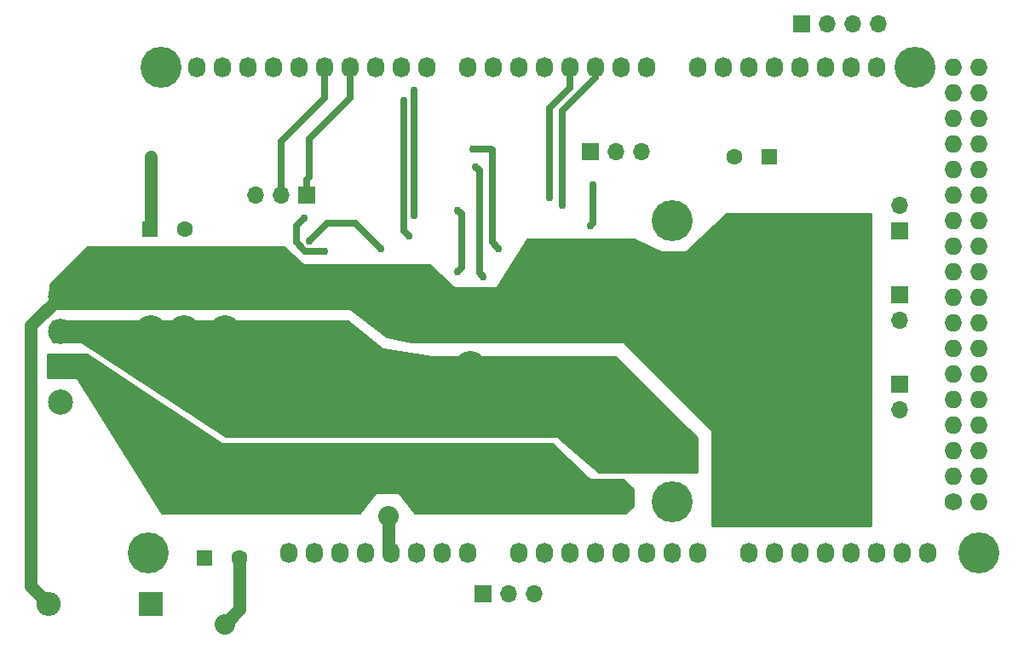
<source format=gbr>
G04 #@! TF.GenerationSoftware,KiCad,Pcbnew,(5.0.0-rc2-37-ga8db21319)*
G04 #@! TF.CreationDate,2018-05-29T02:54:05+01:00*
G04 #@! TF.ProjectId,tug,7475672E6B696361645F706362000000,rev?*
G04 #@! TF.SameCoordinates,Original*
G04 #@! TF.FileFunction,Copper,L2,Bot,Signal*
G04 #@! TF.FilePolarity,Positive*
%FSLAX46Y46*%
G04 Gerber Fmt 4.6, Leading zero omitted, Abs format (unit mm)*
G04 Created by KiCad (PCBNEW (5.0.0-rc2-37-ga8db21319)) date Tue May 29 02:54:05 2018*
%MOMM*%
%LPD*%
G01*
G04 APERTURE LIST*
G04 #@! TA.AperFunction,ComponentPad*
%ADD10C,1.727200*%
G04 #@! TD*
G04 #@! TA.AperFunction,ComponentPad*
%ADD11O,1.727200X1.727200*%
G04 #@! TD*
G04 #@! TA.AperFunction,ComponentPad*
%ADD12O,1.727200X2.032000*%
G04 #@! TD*
G04 #@! TA.AperFunction,ComponentPad*
%ADD13C,4.064000*%
G04 #@! TD*
G04 #@! TA.AperFunction,ComponentPad*
%ADD14C,1.600000*%
G04 #@! TD*
G04 #@! TA.AperFunction,ComponentPad*
%ADD15R,1.600000X1.600000*%
G04 #@! TD*
G04 #@! TA.AperFunction,ComponentPad*
%ADD16R,2.400000X2.400000*%
G04 #@! TD*
G04 #@! TA.AperFunction,ComponentPad*
%ADD17O,2.400000X2.400000*%
G04 #@! TD*
G04 #@! TA.AperFunction,ComponentPad*
%ADD18R,1.700000X1.700000*%
G04 #@! TD*
G04 #@! TA.AperFunction,ComponentPad*
%ADD19O,1.700000X1.700000*%
G04 #@! TD*
G04 #@! TA.AperFunction,ComponentPad*
%ADD20C,2.500000*%
G04 #@! TD*
G04 #@! TA.AperFunction,ViaPad*
%ADD21C,3.048000*%
G04 #@! TD*
G04 #@! TA.AperFunction,ViaPad*
%ADD22C,2.032000*%
G04 #@! TD*
G04 #@! TA.AperFunction,ViaPad*
%ADD23C,0.762000*%
G04 #@! TD*
G04 #@! TA.AperFunction,Conductor*
%ADD24C,1.270000*%
G04 #@! TD*
G04 #@! TA.AperFunction,Conductor*
%ADD25C,0.635000*%
G04 #@! TD*
G04 #@! TA.AperFunction,Conductor*
%ADD26C,0.254000*%
G04 #@! TD*
G04 APERTURE END LIST*
D10*
G04 #@! TO.P,P1,1*
G04 #@! TO.N,GND*
X197358000Y-114046000D03*
D11*
G04 #@! TO.P,P1,2*
X199898000Y-114046000D03*
G04 #@! TO.P,P1,3*
G04 #@! TO.N,/52(SCK)*
X197358000Y-111506000D03*
G04 #@! TO.P,P1,4*
G04 #@! TO.N,/53(SS)*
X199898000Y-111506000D03*
G04 #@! TO.P,P1,5*
G04 #@! TO.N,/50(MISO)*
X197358000Y-108966000D03*
G04 #@! TO.P,P1,6*
G04 #@! TO.N,/51(MOSI)*
X199898000Y-108966000D03*
G04 #@! TO.P,P1,7*
G04 #@! TO.N,/48*
X197358000Y-106426000D03*
G04 #@! TO.P,P1,8*
G04 #@! TO.N,/49*
X199898000Y-106426000D03*
G04 #@! TO.P,P1,9*
G04 #@! TO.N,/46*
X197358000Y-103886000D03*
G04 #@! TO.P,P1,10*
G04 #@! TO.N,/47*
X199898000Y-103886000D03*
G04 #@! TO.P,P1,11*
G04 #@! TO.N,/44*
X197358000Y-101346000D03*
G04 #@! TO.P,P1,12*
G04 #@! TO.N,/45*
X199898000Y-101346000D03*
G04 #@! TO.P,P1,13*
G04 #@! TO.N,/42*
X197358000Y-98806000D03*
G04 #@! TO.P,P1,14*
G04 #@! TO.N,/43*
X199898000Y-98806000D03*
G04 #@! TO.P,P1,15*
G04 #@! TO.N,/40*
X197358000Y-96266000D03*
G04 #@! TO.P,P1,16*
G04 #@! TO.N,/41*
X199898000Y-96266000D03*
G04 #@! TO.P,P1,17*
G04 #@! TO.N,/38*
X197358000Y-93726000D03*
G04 #@! TO.P,P1,18*
G04 #@! TO.N,/39*
X199898000Y-93726000D03*
G04 #@! TO.P,P1,19*
G04 #@! TO.N,/36*
X197358000Y-91186000D03*
G04 #@! TO.P,P1,20*
G04 #@! TO.N,/37*
X199898000Y-91186000D03*
G04 #@! TO.P,P1,21*
G04 #@! TO.N,/34*
X197358000Y-88646000D03*
G04 #@! TO.P,P1,22*
G04 #@! TO.N,/35*
X199898000Y-88646000D03*
G04 #@! TO.P,P1,23*
G04 #@! TO.N,/32*
X197358000Y-86106000D03*
G04 #@! TO.P,P1,24*
G04 #@! TO.N,/33*
X199898000Y-86106000D03*
G04 #@! TO.P,P1,25*
G04 #@! TO.N,/30*
X197358000Y-83566000D03*
G04 #@! TO.P,P1,26*
G04 #@! TO.N,/31*
X199898000Y-83566000D03*
G04 #@! TO.P,P1,27*
G04 #@! TO.N,/28*
X197358000Y-81026000D03*
G04 #@! TO.P,P1,28*
G04 #@! TO.N,/29*
X199898000Y-81026000D03*
G04 #@! TO.P,P1,29*
G04 #@! TO.N,/26*
X197358000Y-78486000D03*
G04 #@! TO.P,P1,30*
G04 #@! TO.N,/27*
X199898000Y-78486000D03*
G04 #@! TO.P,P1,31*
G04 #@! TO.N,/24*
X197358000Y-75946000D03*
G04 #@! TO.P,P1,32*
G04 #@! TO.N,/25*
X199898000Y-75946000D03*
G04 #@! TO.P,P1,33*
G04 #@! TO.N,/22*
X197358000Y-73406000D03*
G04 #@! TO.P,P1,34*
G04 #@! TO.N,/23*
X199898000Y-73406000D03*
G04 #@! TO.P,P1,35*
G04 #@! TO.N,+5V*
X197358000Y-70866000D03*
G04 #@! TO.P,P1,36*
X199898000Y-70866000D03*
G04 #@! TD*
D12*
G04 #@! TO.P,P2,1*
G04 #@! TO.N,Net-(P2-Pad1)*
X131318000Y-119126000D03*
G04 #@! TO.P,P2,2*
G04 #@! TO.N,/IOREF*
X133858000Y-119126000D03*
G04 #@! TO.P,P2,3*
G04 #@! TO.N,/Reset*
X136398000Y-119126000D03*
G04 #@! TO.P,P2,4*
G04 #@! TO.N,+3V3*
X138938000Y-119126000D03*
G04 #@! TO.P,P2,5*
G04 #@! TO.N,+5V*
X141478000Y-119126000D03*
G04 #@! TO.P,P2,6*
G04 #@! TO.N,GND*
X144018000Y-119126000D03*
G04 #@! TO.P,P2,7*
X146558000Y-119126000D03*
G04 #@! TO.P,P2,8*
G04 #@! TO.N,/Vin*
X149098000Y-119126000D03*
G04 #@! TD*
G04 #@! TO.P,P3,1*
G04 #@! TO.N,/A0*
X154178000Y-119126000D03*
G04 #@! TO.P,P3,2*
G04 #@! TO.N,/A1*
X156718000Y-119126000D03*
G04 #@! TO.P,P3,3*
G04 #@! TO.N,/A2*
X159258000Y-119126000D03*
G04 #@! TO.P,P3,4*
G04 #@! TO.N,/A3*
X161798000Y-119126000D03*
G04 #@! TO.P,P3,5*
G04 #@! TO.N,/A4*
X164338000Y-119126000D03*
G04 #@! TO.P,P3,6*
G04 #@! TO.N,/A5*
X166878000Y-119126000D03*
G04 #@! TO.P,P3,7*
G04 #@! TO.N,/A6*
X169418000Y-119126000D03*
G04 #@! TO.P,P3,8*
G04 #@! TO.N,/A7*
X171958000Y-119126000D03*
G04 #@! TD*
G04 #@! TO.P,P4,1*
G04 #@! TO.N,/A8*
X177038000Y-119126000D03*
G04 #@! TO.P,P4,2*
G04 #@! TO.N,/A9*
X179578000Y-119126000D03*
G04 #@! TO.P,P4,3*
G04 #@! TO.N,/A10*
X182118000Y-119126000D03*
G04 #@! TO.P,P4,4*
G04 #@! TO.N,/A11*
X184658000Y-119126000D03*
G04 #@! TO.P,P4,5*
G04 #@! TO.N,/A12*
X187198000Y-119126000D03*
G04 #@! TO.P,P4,6*
G04 #@! TO.N,/A13*
X189738000Y-119126000D03*
G04 #@! TO.P,P4,7*
G04 #@! TO.N,/A14*
X192278000Y-119126000D03*
G04 #@! TO.P,P4,8*
G04 #@! TO.N,/A15*
X194818000Y-119126000D03*
G04 #@! TD*
G04 #@! TO.P,P5,1*
G04 #@! TO.N,/SCL*
X122174000Y-70866000D03*
G04 #@! TO.P,P5,2*
G04 #@! TO.N,/SDA*
X124714000Y-70866000D03*
G04 #@! TO.P,P5,3*
G04 #@! TO.N,/AREF*
X127254000Y-70866000D03*
G04 #@! TO.P,P5,4*
G04 #@! TO.N,GND*
X129794000Y-70866000D03*
G04 #@! TO.P,P5,5*
G04 #@! TO.N,/13(\002A\002A)*
X132334000Y-70866000D03*
G04 #@! TO.P,P5,6*
G04 #@! TO.N,/12(\002A\002A)*
X134874000Y-70866000D03*
G04 #@! TO.P,P5,7*
G04 #@! TO.N,/11(\002A\002A)*
X137414000Y-70866000D03*
G04 #@! TO.P,P5,8*
G04 #@! TO.N,/10(\002A\002A)*
X139954000Y-70866000D03*
G04 #@! TO.P,P5,9*
G04 #@! TO.N,/9(\002A\002A)*
X142494000Y-70866000D03*
G04 #@! TO.P,P5,10*
G04 #@! TO.N,/8(\002A\002A)*
X145034000Y-70866000D03*
G04 #@! TD*
G04 #@! TO.P,P6,1*
G04 #@! TO.N,/7(\002A\002A)*
X149098000Y-70866000D03*
G04 #@! TO.P,P6,2*
G04 #@! TO.N,/6(\002A\002A)*
X151638000Y-70866000D03*
G04 #@! TO.P,P6,3*
G04 #@! TO.N,/5(\002A\002A)*
X154178000Y-70866000D03*
G04 #@! TO.P,P6,4*
G04 #@! TO.N,/4(\002A\002A)*
X156718000Y-70866000D03*
G04 #@! TO.P,P6,5*
G04 #@! TO.N,/3(\002A\002A)*
X159258000Y-70866000D03*
G04 #@! TO.P,P6,6*
G04 #@! TO.N,/2(\002A\002A)*
X161798000Y-70866000D03*
G04 #@! TO.P,P6,7*
G04 #@! TO.N,/1(Tx0)*
X164338000Y-70866000D03*
G04 #@! TO.P,P6,8*
G04 #@! TO.N,/0(Rx0)*
X166878000Y-70866000D03*
G04 #@! TD*
G04 #@! TO.P,P7,1*
G04 #@! TO.N,/14(Tx3)*
X171958000Y-70866000D03*
G04 #@! TO.P,P7,2*
G04 #@! TO.N,/15(Rx3)*
X174498000Y-70866000D03*
G04 #@! TO.P,P7,3*
G04 #@! TO.N,/16(Tx2)*
X177038000Y-70866000D03*
G04 #@! TO.P,P7,4*
G04 #@! TO.N,/17(Rx2)*
X179578000Y-70866000D03*
G04 #@! TO.P,P7,5*
G04 #@! TO.N,/18(Tx1)*
X182118000Y-70866000D03*
G04 #@! TO.P,P7,6*
G04 #@! TO.N,/19(Rx1)*
X184658000Y-70866000D03*
G04 #@! TO.P,P7,7*
G04 #@! TO.N,/20(SDA)*
X187198000Y-70866000D03*
G04 #@! TO.P,P7,8*
G04 #@! TO.N,/21(SCL)*
X189738000Y-70866000D03*
G04 #@! TD*
D13*
G04 #@! TO.P,P8,1*
G04 #@! TO.N,Net-(P8-Pad1)*
X117348000Y-119126000D03*
G04 #@! TD*
G04 #@! TO.P,P9,1*
G04 #@! TO.N,Net-(P9-Pad1)*
X169418000Y-114046000D03*
G04 #@! TD*
G04 #@! TO.P,P10,1*
G04 #@! TO.N,Net-(P10-Pad1)*
X199898000Y-119126000D03*
G04 #@! TD*
G04 #@! TO.P,P11,1*
G04 #@! TO.N,Net-(P11-Pad1)*
X118618000Y-70866000D03*
G04 #@! TD*
G04 #@! TO.P,P12,1*
G04 #@! TO.N,Net-(P12-Pad1)*
X169418000Y-86106000D03*
G04 #@! TD*
G04 #@! TO.P,P13,1*
G04 #@! TO.N,Net-(P13-Pad1)*
X193548000Y-70866000D03*
G04 #@! TD*
D14*
G04 #@! TO.P,C5,2*
G04 #@! TO.N,GND*
X120975000Y-86995000D03*
D15*
G04 #@! TO.P,C5,1*
G04 #@! TO.N,+12V*
X117475000Y-86995000D03*
G04 #@! TD*
G04 #@! TO.P,C6,1*
G04 #@! TO.N,/Vin*
X122936000Y-119634000D03*
D14*
G04 #@! TO.P,C6,2*
G04 #@! TO.N,GND*
X126436000Y-119634000D03*
G04 #@! TD*
D16*
G04 #@! TO.P,D3,1*
G04 #@! TO.N,/Vin*
X117602000Y-124206000D03*
D17*
G04 #@! TO.P,D3,2*
G04 #@! TO.N,+12V*
X107442000Y-124206000D03*
G04 #@! TD*
D18*
G04 #@! TO.P,J1,1*
G04 #@! TO.N,GND*
X182245000Y-66548000D03*
D19*
G04 #@! TO.P,J1,2*
G04 #@! TO.N,+5V*
X184785000Y-66548000D03*
G04 #@! TO.P,J1,3*
G04 #@! TO.N,/20(SDA)*
X187325000Y-66548000D03*
G04 #@! TO.P,J1,4*
G04 #@! TO.N,/21(SCL)*
X189865000Y-66548000D03*
G04 #@! TD*
D20*
G04 #@! TO.P,J2,4*
G04 #@! TO.N,+12V*
X108585000Y-93640000D03*
G04 #@! TO.P,J2,3*
G04 #@! TO.N,GND*
X108585000Y-97140000D03*
G04 #@! TO.P,J2,2*
G04 #@! TO.N,/M2*
X108585000Y-100640000D03*
G04 #@! TO.P,J2,1*
G04 #@! TO.N,/M1*
X108585000Y-104140000D03*
G04 #@! TD*
D19*
G04 #@! TO.P,J3,3*
G04 #@! TO.N,GND*
X166370000Y-79248000D03*
G04 #@! TO.P,J3,2*
G04 #@! TO.N,/2(\002A\002A)*
X163830000Y-79248000D03*
D18*
G04 #@! TO.P,J3,1*
G04 #@! TO.N,/3(\002A\002A)*
X161290000Y-79248000D03*
G04 #@! TD*
G04 #@! TO.P,J4,1*
G04 #@! TO.N,/11(\002A\002A)*
X133096000Y-83566000D03*
D19*
G04 #@! TO.P,J4,2*
G04 #@! TO.N,/12(\002A\002A)*
X130556000Y-83566000D03*
G04 #@! TO.P,J4,3*
G04 #@! TO.N,GND*
X128016000Y-83566000D03*
G04 #@! TD*
D18*
G04 #@! TO.P,J5,1*
G04 #@! TO.N,/Vin*
X150622000Y-123190000D03*
D19*
G04 #@! TO.P,J5,2*
G04 #@! TO.N,/A0*
X153162000Y-123190000D03*
G04 #@! TO.P,J5,3*
G04 #@! TO.N,GND*
X155702000Y-123190000D03*
G04 #@! TD*
D18*
G04 #@! TO.P,J6,1*
G04 #@! TO.N,/38*
X192024000Y-87122000D03*
D19*
G04 #@! TO.P,J6,2*
G04 #@! TO.N,GND*
X192024000Y-84582000D03*
G04 #@! TD*
G04 #@! TO.P,J7,2*
G04 #@! TO.N,GND*
X192024000Y-96012000D03*
D18*
G04 #@! TO.P,J7,1*
G04 #@! TO.N,/40*
X192024000Y-93472000D03*
G04 #@! TD*
G04 #@! TO.P,J8,1*
G04 #@! TO.N,/42*
X192024000Y-102362000D03*
D19*
G04 #@! TO.P,J8,2*
G04 #@! TO.N,GND*
X192024000Y-104902000D03*
G04 #@! TD*
D15*
G04 #@! TO.P,C9,1*
G04 #@! TO.N,+5V*
X179070000Y-79756000D03*
D14*
G04 #@! TO.P,C9,2*
G04 #@! TO.N,GND*
X175570000Y-79756000D03*
G04 #@! TD*
D21*
G04 #@! TO.N,/M2*
X149860000Y-112776000D03*
D22*
G04 #@! TO.N,GND*
X124968000Y-126238000D03*
D21*
X117602000Y-97028000D03*
X120904000Y-97028000D03*
X124968000Y-97028000D03*
X120904000Y-100838000D03*
X149352000Y-100584000D03*
X117348000Y-100330000D03*
D22*
G04 #@! TO.N,+5V*
X141224000Y-115506500D03*
D23*
G04 #@! TO.N,/12(\002A\002A)*
X142748000Y-74168000D03*
X143256000Y-87630000D03*
G04 #@! TO.N,/11(\002A\002A)*
X143764000Y-85598000D03*
X143764000Y-73152000D03*
G04 #@! TO.N,/3(\002A\002A)*
X157226000Y-83820000D03*
G04 #@! TO.N,/2(\002A\002A)*
X158496000Y-84582000D03*
G04 #@! TO.N,+12V*
X150622000Y-91694000D03*
X117602000Y-79756000D03*
X149860000Y-80772000D03*
D21*
X140970000Y-95504000D03*
X175260000Y-107188000D03*
X175260000Y-102616000D03*
X175260000Y-98044000D03*
X175260000Y-93726000D03*
X175260000Y-89408000D03*
X175260000Y-111760000D03*
X179578000Y-111760000D03*
X179578000Y-107188000D03*
X179578000Y-102616000D03*
X179578000Y-98044000D03*
X179578000Y-93726000D03*
X179578000Y-89408000D03*
X183642000Y-89408000D03*
X183642000Y-98044000D03*
X137668000Y-93472000D03*
D23*
G04 #@! TO.N,Net-(C4-Pad1)*
X152146000Y-88900000D03*
X149606000Y-78994000D03*
D21*
G04 #@! TO.N,/M2*
X162560000Y-113792000D03*
D23*
X161544000Y-82550000D03*
X161290000Y-86614000D03*
D21*
X158677000Y-113792000D03*
D23*
G04 #@! TO.N,Net-(R7-Pad2)*
X148082000Y-85090000D03*
X148082000Y-91186000D03*
G04 #@! TO.N,Net-(R8-Pad2)*
X140462000Y-88900000D03*
X133350000Y-88138000D03*
G04 #@! TO.N,/SRC_HS1*
X132842000Y-85852000D03*
X134874000Y-89154000D03*
G04 #@! TD*
D24*
G04 #@! TO.N,GND*
X126436000Y-119634000D02*
X126436000Y-123500000D01*
X126436000Y-123500000D02*
X126436000Y-124770000D01*
X126436000Y-124770000D02*
X124968000Y-126238000D01*
G04 #@! TO.N,+5V*
X141224000Y-118872000D02*
X141478000Y-119126000D01*
X141224000Y-115506500D02*
X141224000Y-118872000D01*
D25*
G04 #@! TO.N,/12(\002A\002A)*
X142748000Y-74168000D02*
X142748000Y-87122000D01*
X142748000Y-87122000D02*
X143256000Y-87630000D01*
X130556000Y-83566000D02*
X130556000Y-78232000D01*
X134874000Y-73914000D02*
X134874000Y-70866000D01*
X130556000Y-78232000D02*
X134874000Y-73914000D01*
G04 #@! TO.N,/11(\002A\002A)*
X143764000Y-85598000D02*
X143764000Y-73152000D01*
X133096000Y-82081000D02*
X133350000Y-81827000D01*
X133096000Y-83566000D02*
X133096000Y-82081000D01*
X133350000Y-81827000D02*
X133350000Y-77978000D01*
X137414000Y-73914000D02*
X137414000Y-70866000D01*
X133350000Y-77978000D02*
X137414000Y-73914000D01*
G04 #@! TO.N,/3(\002A\002A)*
X157226000Y-83820000D02*
X157226000Y-74930000D01*
X159258000Y-72898000D02*
X159258000Y-70866000D01*
X157226000Y-74930000D02*
X159258000Y-72898000D01*
G04 #@! TO.N,/2(\002A\002A)*
X161798000Y-71882000D02*
X161798000Y-70866000D01*
X158496000Y-84582000D02*
X158496000Y-75184000D01*
X158496000Y-75184000D02*
X161798000Y-71882000D01*
D24*
G04 #@! TO.N,+12V*
X108585000Y-93640000D02*
X105664000Y-96561000D01*
X105664000Y-122428000D02*
X107442000Y-124206000D01*
X105664000Y-96561000D02*
X105664000Y-122428000D01*
X117602000Y-86868000D02*
X117475000Y-86995000D01*
X117602000Y-79756000D02*
X117602000Y-86868000D01*
D25*
X150241001Y-91313001D02*
X150241001Y-81153001D01*
X150622000Y-91694000D02*
X150241001Y-91313001D01*
X150241001Y-81153001D02*
X149860000Y-80772000D01*
G04 #@! TO.N,Net-(C4-Pad1)*
X151520501Y-88274501D02*
X151520501Y-79130501D01*
X152146000Y-88900000D02*
X151520501Y-88274501D01*
X151520501Y-79130501D02*
X151384000Y-78994000D01*
X151384000Y-78994000D02*
X149606000Y-78994000D01*
G04 #@! TO.N,/M2*
X161544000Y-82550000D02*
X161544000Y-86360000D01*
X161544000Y-86360000D02*
X161290000Y-86614000D01*
G04 #@! TO.N,Net-(R7-Pad2)*
X148462999Y-85470999D02*
X148082000Y-85090000D01*
X148462999Y-90805001D02*
X148462999Y-85470999D01*
X148082000Y-91186000D02*
X148462999Y-90805001D01*
G04 #@! TO.N,Net-(R8-Pad2)*
X140462000Y-88900000D02*
X137922000Y-86360000D01*
X137922000Y-86360000D02*
X135128000Y-86360000D01*
X135128000Y-86360000D02*
X133350000Y-88138000D01*
G04 #@! TO.N,/SRC_HS1*
X132842000Y-85852000D02*
X132080000Y-86614000D01*
X132956298Y-89154000D02*
X134874000Y-89154000D01*
X132080000Y-86614000D02*
X132080000Y-88277702D01*
X132080000Y-88277702D02*
X132956298Y-89154000D01*
G04 #@! TD*
D26*
G04 #@! TO.N,/M2*
G36*
X124644015Y-108309977D02*
X124714000Y-108331000D01*
X157429942Y-108331000D01*
X161203346Y-111852844D01*
X161245472Y-111878938D01*
X161290000Y-111887000D01*
X164539394Y-111887000D01*
X165481000Y-112828606D01*
X165481000Y-114501394D01*
X164793394Y-115189000D01*
X143827500Y-115189000D01*
X142341600Y-113207800D01*
X142304706Y-113174720D01*
X142240000Y-113157000D01*
X139954000Y-113157000D01*
X139905399Y-113166667D01*
X139852400Y-113207800D01*
X138366500Y-115189000D01*
X118688531Y-115189000D01*
X110343810Y-101786873D01*
X110309915Y-101750726D01*
X110264767Y-101730301D01*
X110236000Y-101727000D01*
X107315000Y-101727000D01*
X107315000Y-99441000D01*
X111213850Y-99441000D01*
X124644015Y-108309977D01*
X124644015Y-108309977D01*
G37*
X124644015Y-108309977D02*
X124714000Y-108331000D01*
X157429942Y-108331000D01*
X161203346Y-111852844D01*
X161245472Y-111878938D01*
X161290000Y-111887000D01*
X164539394Y-111887000D01*
X165481000Y-112828606D01*
X165481000Y-114501394D01*
X164793394Y-115189000D01*
X143827500Y-115189000D01*
X142341600Y-113207800D01*
X142304706Y-113174720D01*
X142240000Y-113157000D01*
X139954000Y-113157000D01*
X139905399Y-113166667D01*
X139852400Y-113207800D01*
X138366500Y-115189000D01*
X118688531Y-115189000D01*
X110343810Y-101786873D01*
X110309915Y-101750726D01*
X110264767Y-101730301D01*
X110236000Y-101727000D01*
X107315000Y-101727000D01*
X107315000Y-99441000D01*
X111213850Y-99441000D01*
X124644015Y-108309977D01*
G04 #@! TO.N,GND*
G36*
X140637537Y-98905862D02*
X140696193Y-98931446D01*
X145522193Y-99693446D01*
X145542000Y-99695000D01*
X163777394Y-99695000D01*
X171831000Y-107748606D01*
X171831000Y-111125000D01*
X162099718Y-111125000D01*
X158071630Y-107600423D01*
X158028688Y-107575694D01*
X157988000Y-107569000D01*
X125006167Y-107569000D01*
X110814010Y-98192039D01*
X110744000Y-98171000D01*
X107823000Y-98171000D01*
X107823000Y-96139000D01*
X137116076Y-96139000D01*
X140637537Y-98905862D01*
X140637537Y-98905862D01*
G37*
X140637537Y-98905862D02*
X140696193Y-98931446D01*
X145522193Y-99693446D01*
X145542000Y-99695000D01*
X163777394Y-99695000D01*
X171831000Y-107748606D01*
X171831000Y-111125000D01*
X162099718Y-111125000D01*
X158071630Y-107600423D01*
X158028688Y-107575694D01*
X157988000Y-107569000D01*
X125006167Y-107569000D01*
X110814010Y-98192039D01*
X110744000Y-98171000D01*
X107823000Y-98171000D01*
X107823000Y-96139000D01*
X137116076Y-96139000D01*
X140637537Y-98905862D01*
G04 #@! TO.N,+12V*
G36*
X189103000Y-116459000D02*
X173355000Y-116459000D01*
X173355000Y-106934000D01*
X173345333Y-106885399D01*
X173317803Y-106844197D01*
X164681803Y-98208197D01*
X164640601Y-98180667D01*
X164592000Y-98171000D01*
X143522577Y-98171000D01*
X141025206Y-97671526D01*
X138509336Y-95658830D01*
X138506200Y-95656400D01*
X137490200Y-94894400D01*
X137445519Y-94872973D01*
X137414000Y-94869000D01*
X107569000Y-94869000D01*
X107569000Y-92508606D01*
X111304606Y-88773000D01*
X130762282Y-88773000D01*
X132758370Y-90519577D01*
X132801312Y-90544306D01*
X132842000Y-90551000D01*
X145239265Y-90551000D01*
X147743041Y-92804398D01*
X147785633Y-92829725D01*
X147828000Y-92837000D01*
X151892000Y-92837000D01*
X151940601Y-92827333D01*
X151981803Y-92799803D01*
X151999377Y-92777817D01*
X155009998Y-88011000D01*
X165580490Y-88011000D01*
X168349447Y-89269617D01*
X168402000Y-89281000D01*
X170688000Y-89281000D01*
X170736601Y-89271333D01*
X170774861Y-89246651D01*
X174802222Y-85471000D01*
X189103000Y-85471000D01*
X189103000Y-116459000D01*
X189103000Y-116459000D01*
G37*
X189103000Y-116459000D02*
X173355000Y-116459000D01*
X173355000Y-106934000D01*
X173345333Y-106885399D01*
X173317803Y-106844197D01*
X164681803Y-98208197D01*
X164640601Y-98180667D01*
X164592000Y-98171000D01*
X143522577Y-98171000D01*
X141025206Y-97671526D01*
X138509336Y-95658830D01*
X138506200Y-95656400D01*
X137490200Y-94894400D01*
X137445519Y-94872973D01*
X137414000Y-94869000D01*
X107569000Y-94869000D01*
X107569000Y-92508606D01*
X111304606Y-88773000D01*
X130762282Y-88773000D01*
X132758370Y-90519577D01*
X132801312Y-90544306D01*
X132842000Y-90551000D01*
X145239265Y-90551000D01*
X147743041Y-92804398D01*
X147785633Y-92829725D01*
X147828000Y-92837000D01*
X151892000Y-92837000D01*
X151940601Y-92827333D01*
X151981803Y-92799803D01*
X151999377Y-92777817D01*
X155009998Y-88011000D01*
X165580490Y-88011000D01*
X168349447Y-89269617D01*
X168402000Y-89281000D01*
X170688000Y-89281000D01*
X170736601Y-89271333D01*
X170774861Y-89246651D01*
X174802222Y-85471000D01*
X189103000Y-85471000D01*
X189103000Y-116459000D01*
G04 #@! TD*
M02*

</source>
